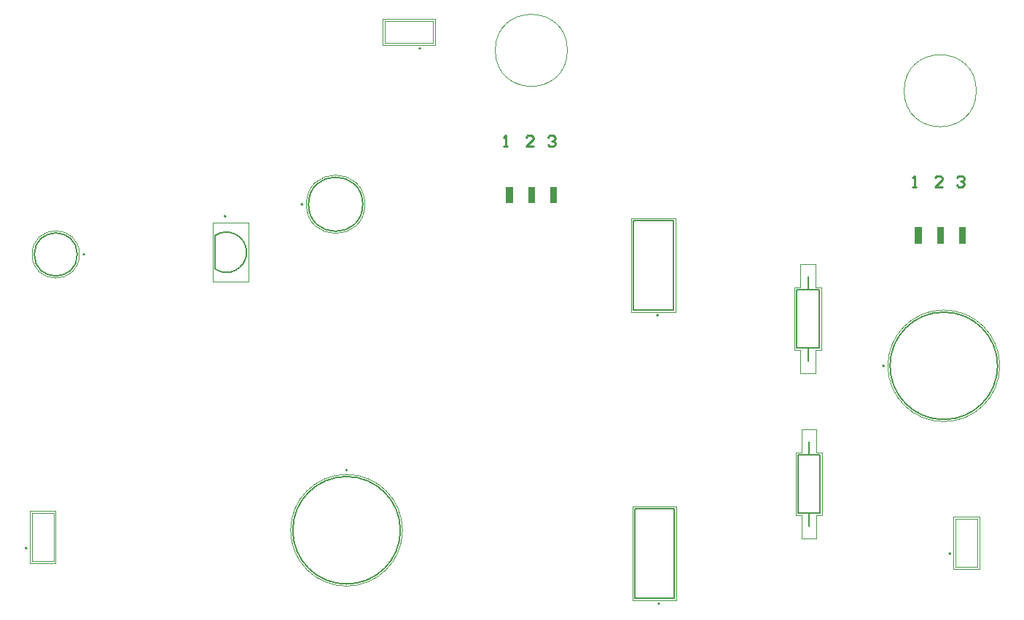
<source format=gko>
G04*
G04 #@! TF.GenerationSoftware,Altium Limited,Altium Designer,22.1.2 (22)*
G04*
G04 Layer_Color=16711935*
%FSLAX44Y44*%
%MOMM*%
G71*
G04*
G04 #@! TF.SameCoordinates,19965E84-46C0-4100-99EA-0F3305BD4A74*
G04*
G04*
G04 #@! TF.FilePolarity,Positive*
G04*
G01*
G75*
%ADD10C,0.1270*%
%ADD11C,0.2000*%
%ADD13C,0.2540*%
%ADD14C,0.1000*%
%ADD15C,0.0500*%
%ADD47C,0.0000*%
G36*
X1040130Y859680D02*
X1032461D01*
Y878840D01*
X1040130D01*
Y859680D01*
D02*
G37*
G36*
X1065530Y859674D02*
X1057903D01*
Y878840D01*
X1065530D01*
Y859674D01*
D02*
G37*
G36*
X1090930Y859749D02*
X1083323D01*
Y878840D01*
X1090930D01*
Y859749D01*
D02*
G37*
G36*
X1515110Y812690D02*
X1507441D01*
Y831850D01*
X1515110D01*
Y812690D01*
D02*
G37*
G36*
X1540510Y812684D02*
X1532883D01*
Y831850D01*
X1540510D01*
Y812684D01*
D02*
G37*
G36*
X1565910Y812759D02*
X1558303D01*
Y831850D01*
X1565910D01*
Y812759D01*
D02*
G37*
G54D10*
X693991Y783390D02*
G03*
X693991Y821890I13479J19250D01*
G01*
X865890Y858520D02*
G03*
X865890Y858520I-31500J0D01*
G01*
X1603410Y670560D02*
G03*
X1603410Y670560I-62500J0D01*
G01*
X909590Y479190D02*
G03*
X909590Y479190I-62500J0D01*
G01*
X534270Y800100D02*
G03*
X534270Y800100I-25000J0D01*
G01*
X693970Y783405D02*
Y821875D01*
X1181710Y400220D02*
Y504220D01*
X1227710D01*
Y400220D02*
Y504220D01*
X1181710Y400220D02*
X1227710D01*
X1371300Y499400D02*
X1384300D01*
X1397300D01*
Y567400D01*
X1384300D02*
X1397300D01*
X1371300D02*
X1384300D01*
X1371300Y499400D02*
Y567400D01*
X1384300Y484400D02*
Y499400D01*
Y567400D02*
Y582400D01*
X1180440Y735500D02*
Y839500D01*
X1226440D01*
Y735500D02*
Y839500D01*
X1180440Y735500D02*
X1226440D01*
X1370030Y691170D02*
X1383030D01*
X1396030D01*
Y759170D01*
X1383030D02*
X1396030D01*
X1370030D02*
X1383030D01*
X1370030Y691170D02*
Y759170D01*
X1383030Y676170D02*
Y691170D01*
Y759170D02*
Y774170D01*
G54D11*
X706920Y844640D02*
G03*
X706920Y844640I-1000J0D01*
G01*
X475830Y458470D02*
G03*
X475830Y458470I-1000J0D01*
G01*
X1210850Y393990D02*
G03*
X1210850Y393990I-1000J0D01*
G01*
X1209580Y729270D02*
G03*
X1209580Y729270I-1000J0D01*
G01*
X1548980Y452120D02*
G03*
X1548980Y452120I-1000J0D01*
G01*
X796390Y858520D02*
G03*
X796390Y858520I-1000J0D01*
G01*
X1471910Y670560D02*
G03*
X1471910Y670560I-1000J0D01*
G01*
X848090Y549190D02*
G03*
X848090Y549190I-1000J0D01*
G01*
X542770Y800100D02*
G03*
X542770Y800100I-1000J0D01*
G01*
X933180Y1039980D02*
G03*
X933180Y1039980I-1000J0D01*
G01*
G54D13*
X1555773Y889433D02*
X1557891Y891551D01*
X1562128D01*
X1564247Y889433D01*
Y887314D01*
X1562128Y885195D01*
X1560010D01*
X1562128D01*
X1564247Y883077D01*
Y880958D01*
X1562128Y878840D01*
X1557891D01*
X1555773Y880958D01*
X1538815Y878840D02*
X1530347D01*
X1538815Y887309D01*
Y889426D01*
X1536698Y891543D01*
X1532464D01*
X1530347Y889426D01*
X1504892Y878840D02*
X1509132D01*
X1507012D01*
Y891559D01*
X1504892Y889439D01*
X1080793Y936423D02*
X1082911Y938541D01*
X1087148D01*
X1089267Y936423D01*
Y934304D01*
X1087148Y932186D01*
X1085030D01*
X1087148D01*
X1089267Y930067D01*
Y927949D01*
X1087148Y925830D01*
X1082911D01*
X1080793Y927949D01*
X1063835Y925830D02*
X1055367D01*
X1063835Y934299D01*
Y936416D01*
X1061718Y938533D01*
X1057484D01*
X1055367Y936416D01*
X1029912Y925830D02*
X1034152D01*
X1032032D01*
Y938549D01*
X1029912Y936429D01*
G54D14*
X481330Y443220D02*
X506730D01*
Y499120D01*
X481330D02*
X506730D01*
X481330Y443220D02*
Y499120D01*
X1554480Y436870D02*
X1579880D01*
Y492770D01*
X1554480D02*
X1579880D01*
X1554480Y436870D02*
Y492770D01*
X947430Y1046480D02*
Y1071880D01*
X891530D02*
X947430D01*
X891530Y1046480D02*
Y1071880D01*
Y1046480D02*
X947430D01*
G54D15*
X868390Y858520D02*
G03*
X868390Y858520I-34000J0D01*
G01*
X1605910Y670560D02*
G03*
X1605910Y670560I-65000J0D01*
G01*
X912090Y479190D02*
G03*
X912090Y479190I-65000J0D01*
G01*
X536770Y800100D02*
G03*
X536770Y800100I-27500J0D01*
G01*
X733470Y768140D02*
Y837140D01*
X691470Y768140D02*
X733470D01*
X691470D02*
Y837140D01*
X733470D01*
X478830Y440720D02*
X509230D01*
Y501620D01*
X478830D02*
X509230D01*
X478830Y440720D02*
Y501620D01*
X1179210Y397720D02*
Y506720D01*
X1230210D01*
Y397720D02*
Y506720D01*
X1179210Y397720D02*
X1230210D01*
X1375800Y469900D02*
Y496900D01*
X1368800D02*
X1375800D01*
X1368800D02*
Y569900D01*
X1375800D01*
Y596900D01*
X1392800D01*
Y569900D02*
Y596900D01*
Y569900D02*
X1399800D01*
Y496900D02*
Y569900D01*
X1392800Y496900D02*
X1399800D01*
X1392800Y469900D02*
Y496900D01*
X1375800Y469900D02*
X1392800D01*
X1177940Y733000D02*
Y842000D01*
X1228940D01*
Y733000D02*
Y842000D01*
X1177940Y733000D02*
X1228940D01*
X1551980Y434370D02*
X1582380D01*
Y495270D01*
X1551980D02*
X1582380D01*
X1551980Y434370D02*
Y495270D01*
X949930Y1043980D02*
Y1074380D01*
X889030D02*
X949930D01*
X889030Y1043980D02*
Y1074380D01*
Y1043980D02*
X949930D01*
X1374530Y661670D02*
Y688670D01*
X1367530D02*
X1374530D01*
X1367530D02*
Y761670D01*
X1374530D01*
Y788670D01*
X1391530D01*
Y761670D02*
Y788670D01*
Y761670D02*
X1398530D01*
Y688670D02*
Y761670D01*
X1391530Y688670D02*
X1398530D01*
X1391530Y661670D02*
Y688670D01*
X1374530Y661670D02*
X1391530D01*
G54D47*
X1578610Y990600D02*
G03*
X1578610Y990600I-41910J0D01*
G01*
D02*
G03*
X1578610Y990600I-41910J0D01*
G01*
X1103630Y1037590D02*
G03*
X1103630Y1037590I-41910J0D01*
G01*
D02*
G03*
X1103630Y1037590I-41910J0D01*
G01*
M02*

</source>
